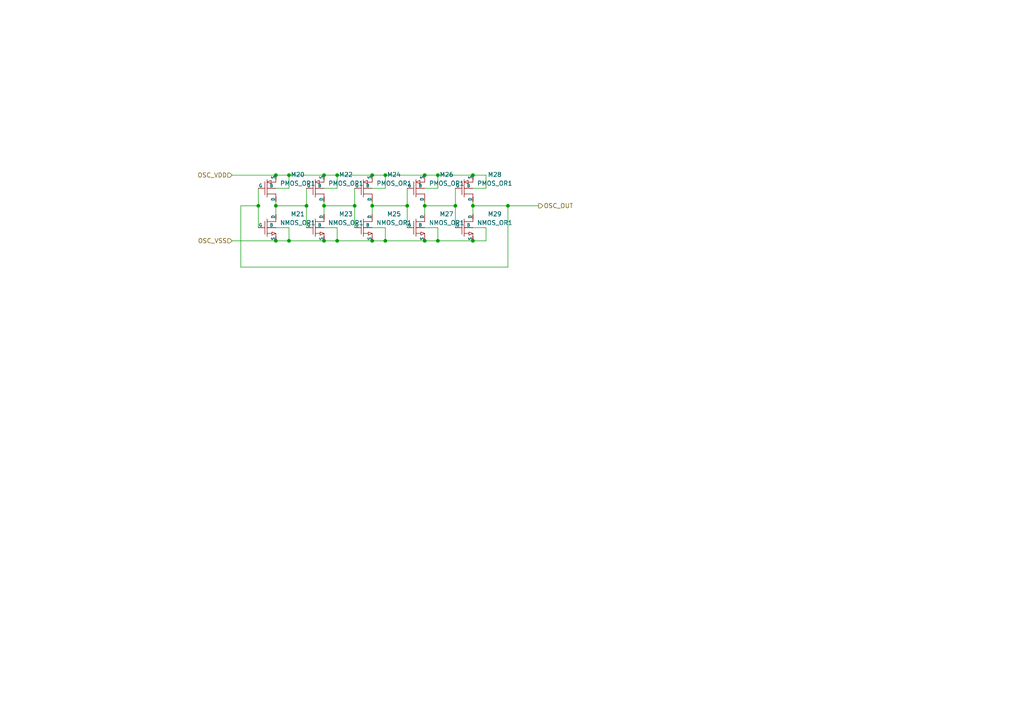
<source format=kicad_sch>
(kicad_sch (version 20230121) (generator eeschema)
  (paper "A4")
  (lib_symbols
    (symbol "OR1Symbols:NMOS_OR1" (pin_numbers hide) (pin_names (offset 0))
      (property "Reference" "M" (at 8.89 5.08 0))
      (property "Value" "NMOS_OR1" (at 8.89 2.54 0))
      (symbol "NMOS_OR1_0_1"
        (polyline (pts (xy 0 0) (xy 1.905 0)))
        (polyline (pts (xy 1.905 1.905) (xy 1.905 -1.905)))
        (polyline (pts (xy 2.54 -2.54) (xy 2.54 2.54)))
        (polyline (pts (xy 2.54 -1.651) (xy 3.937 -1.651)))
        (polyline (pts (xy 2.54 0) (xy 5.08 0)))
        (polyline (pts (xy 2.54 1.778) (xy 5.08 1.778)))
        (polyline (pts (xy 3.937 -2.159) (xy 3.937 -1.27)))
        (polyline (pts (xy 3.937 -1.27) (xy 5.08 -1.651)))
        (polyline (pts (xy 5.08 -1.651) (xy 3.937 -2.159)))
        (polyline (pts (xy 5.08 -1.651) (xy 5.08 -3.81)))
        (polyline (pts (xy 5.08 1.778) (xy 5.08 3.81)))
      )
      (symbol "NMOS_OR1_1_1"
        (pin passive line (at 5.08 3.81 270) (length 1.27) (name "D") (number "1"))
        (pin passive line (at 0 0 0) (length 1.27) (name "G") (number "2"))
        (pin passive line (at 5.08 -3.81 90) (length 1.27) (name "S") (number "3"))
        (pin passive line (at 5.08 0 180) (length 2.54) (name "B") (number "4"))
      )
    )
    (symbol "OR1Symbols:PMOS_OR1" (pin_numbers hide) (pin_names (offset 0))
      (property "Reference" "M" (at 8.89 5.08 0))
      (property "Value" "PMOS_OR1" (at 8.89 2.54 0))
      (symbol "PMOS_OR1_0_1"
        (polyline (pts (xy 0 0) (xy 1.905 0)))
        (polyline (pts (xy 1.905 1.905) (xy 1.905 -1.905)))
        (polyline (pts (xy 2.54 -2.54) (xy 2.54 2.54)))
        (polyline (pts (xy 2.54 -1.651) (xy 5.08 -1.651)))
        (polyline (pts (xy 2.54 0) (xy 5.08 0)))
        (polyline (pts (xy 2.54 1.778) (xy 3.683 2.286)))
        (polyline (pts (xy 3.683 1.397) (xy 2.54 1.778)))
        (polyline (pts (xy 3.683 1.397) (xy 3.683 2.286)))
        (polyline (pts (xy 3.683 1.778) (xy 5.08 1.778)))
        (polyline (pts (xy 5.08 -1.651) (xy 5.08 -3.81)))
        (polyline (pts (xy 5.08 1.778) (xy 5.08 3.81)))
      )
      (symbol "PMOS_OR1_1_1"
        (pin passive line (at 5.08 -3.81 90) (length 1.27) (name "D") (number "1"))
        (pin passive line (at 0 0 0) (length 1.27) (name "G") (number "2"))
        (pin passive line (at 5.08 3.81 270) (length 1.27) (name "S") (number "3"))
        (pin passive line (at 5.08 0 180) (length 2.54) (name "B") (number "4"))
      )
    )
  )
  (junction (at 137.16 69.85))
  (junction (at 123.19 50.8))
  (junction (at 83.82 50.8))
  (junction (at 111.76 50.8))
  (junction (at 80.01 50.8))
  (junction (at 93.98 69.85))
  (junction (at 137.16 50.8))
  (junction (at 118.11 59.69))
  (junction (at 93.98 59.69))
  (junction (at 147.32 59.69))
  (junction (at 107.95 69.85))
  (junction (at 80.01 59.69))
  (junction (at 132.08 59.69))
  (junction (at 93.98 50.8))
  (junction (at 83.82 69.85))
  (junction (at 80.01 69.85))
  (junction (at 107.95 50.8))
  (junction (at 88.9 59.69))
  (junction (at 97.79 50.8))
  (junction (at 102.87 59.69))
  (junction (at 137.16 59.69))
  (junction (at 97.79 69.85))
  (junction (at 107.95 59.69))
  (junction (at 123.19 59.69))
  (junction (at 123.19 69.85))
  (junction (at 127 69.85))
  (junction (at 111.76 69.85))
  (junction (at 74.93 59.69))
  (junction (at 127 50.8))
  (wire (pts (xy 123.19 69.85) (xy 127 69.85)))
  (wire (pts (xy 140.97 66.04) (xy 140.97 69.85)))
  (wire (pts (xy 111.76 50.8) (xy 123.19 50.8)))
  (wire (pts (xy 140.97 50.8) (xy 140.97 54.61)))
  (wire (pts (xy 132.08 59.69) (xy 132.08 66.04)))
  (wire (pts (xy 123.19 66.04) (xy 127 66.04)))
  (wire (pts (xy 111.76 66.04) (xy 111.76 69.85)))
  (wire (pts (xy 137.16 50.8) (xy 140.97 50.8)))
  (wire (pts (xy 80.01 69.85) (xy 83.82 69.85)))
  (wire (pts (xy 137.16 66.04) (xy 140.97 66.04)))
  (wire (pts (xy 67.31 50.8) (xy 80.01 50.8)))
  (wire (pts (xy 69.85 59.69) (xy 74.93 59.69)))
  (wire (pts (xy 74.93 59.69) (xy 74.93 66.04)))
  (wire (pts (xy 83.82 66.04) (xy 83.82 69.85)))
  (wire (pts (xy 137.16 54.61) (xy 140.97 54.61)))
  (wire (pts (xy 107.95 50.8) (xy 111.76 50.8)))
  (wire (pts (xy 69.85 59.69) (xy 69.85 77.47)))
  (wire (pts (xy 80.01 58.42) (xy 80.01 59.69)))
  (wire (pts (xy 107.95 59.69) (xy 107.95 62.23)))
  (wire (pts (xy 118.11 59.69) (xy 118.11 66.04)))
  (wire (pts (xy 140.97 69.85) (xy 137.16 69.85)))
  (wire (pts (xy 93.98 54.61) (xy 97.79 54.61)))
  (wire (pts (xy 93.98 66.04) (xy 97.79 66.04)))
  (wire (pts (xy 93.98 50.8) (xy 97.79 50.8)))
  (wire (pts (xy 107.95 66.04) (xy 111.76 66.04)))
  (wire (pts (xy 83.82 50.8) (xy 93.98 50.8)))
  (wire (pts (xy 123.19 54.61) (xy 127 54.61)))
  (wire (pts (xy 88.9 59.69) (xy 88.9 66.04)))
  (wire (pts (xy 74.93 54.61) (xy 74.93 59.69)))
  (wire (pts (xy 93.98 69.85) (xy 97.79 69.85)))
  (wire (pts (xy 97.79 66.04) (xy 97.79 69.85)))
  (wire (pts (xy 123.19 50.8) (xy 127 50.8)))
  (wire (pts (xy 107.95 59.69) (xy 118.11 59.69)))
  (wire (pts (xy 88.9 54.61) (xy 88.9 59.69)))
  (wire (pts (xy 67.31 69.85) (xy 80.01 69.85)))
  (wire (pts (xy 137.16 59.69) (xy 147.32 59.69)))
  (wire (pts (xy 93.98 58.42) (xy 93.98 59.69)))
  (wire (pts (xy 127 66.04) (xy 127 69.85)))
  (wire (pts (xy 93.98 59.69) (xy 102.87 59.69)))
  (wire (pts (xy 137.16 59.69) (xy 137.16 62.23)))
  (wire (pts (xy 123.19 58.42) (xy 123.19 59.69)))
  (wire (pts (xy 69.85 77.47) (xy 147.32 77.47)))
  (wire (pts (xy 97.79 69.85) (xy 107.95 69.85)))
  (wire (pts (xy 111.76 54.61) (xy 111.76 50.8)))
  (wire (pts (xy 137.16 58.42) (xy 137.16 59.69)))
  (wire (pts (xy 80.01 54.61) (xy 83.82 54.61)))
  (wire (pts (xy 97.79 50.8) (xy 107.95 50.8)))
  (wire (pts (xy 107.95 54.61) (xy 111.76 54.61)))
  (wire (pts (xy 102.87 54.61) (xy 102.87 59.69)))
  (wire (pts (xy 80.01 59.69) (xy 88.9 59.69)))
  (wire (pts (xy 93.98 59.69) (xy 93.98 62.23)))
  (wire (pts (xy 123.19 59.69) (xy 132.08 59.69)))
  (wire (pts (xy 127 50.8) (xy 137.16 50.8)))
  (wire (pts (xy 127 54.61) (xy 127 50.8)))
  (wire (pts (xy 147.32 59.69) (xy 147.32 77.47)))
  (wire (pts (xy 80.01 66.04) (xy 83.82 66.04)))
  (wire (pts (xy 123.19 59.69) (xy 123.19 62.23)))
  (wire (pts (xy 107.95 58.42) (xy 107.95 59.69)))
  (wire (pts (xy 83.82 69.85) (xy 93.98 69.85)))
  (wire (pts (xy 83.82 50.8) (xy 83.82 54.61)))
  (wire (pts (xy 80.01 50.8) (xy 83.82 50.8)))
  (wire (pts (xy 118.11 54.61) (xy 118.11 59.69)))
  (wire (pts (xy 107.95 69.85) (xy 111.76 69.85)))
  (wire (pts (xy 127 69.85) (xy 137.16 69.85)))
  (wire (pts (xy 132.08 54.61) (xy 132.08 59.69)))
  (wire (pts (xy 80.01 59.69) (xy 80.01 62.23)))
  (wire (pts (xy 97.79 50.8) (xy 97.79 54.61)))
  (wire (pts (xy 111.76 69.85) (xy 123.19 69.85)))
  (wire (pts (xy 102.87 59.69) (xy 102.87 66.04)))
  (wire (pts (xy 147.32 59.69) (xy 156.21 59.69)))
  (hierarchical_label "OSC_VSS" (shape input) (at 67.31 69.85 180))
  (hierarchical_label "OSC_VDD" (shape input) (at 67.31 50.8 180))
  (hierarchical_label "OSC_OUT" (shape output) (at 156.21 59.69 0))
  (symbol (lib_id "OR1Symbols:PMOS_OR1") (at 132.08 54.61 0) (unit 1)
    (property "Reference" "M28" (at 143.51 50.6477 0))
    (property "Value" "PMOS_OR1" (at 143.51 53.1877 0))
    (property "Sim.Pins" "1=1 2=2 3=3 4=4" (effects hide))
    (property "Sim.Device" "SPICE" (effects hide))
    (property "Sim.Params" "type=\"M\" model=\"PMOS_OR1 l=1u w=6u\" lib=\"\"" (effects hide))
    (instances (project "VCO-VS-CCO" (path "" (reference "M28") (unit 1)) (path "" (reference "M38") (unit 1))) (project "tb_vco_k7" (path "" (reference "M21") (unit 1)) (path "" (reference "M32") (unit 1))) (project "vco_k7" (path "" (reference "M21") (unit 1))))
  )
  (symbol (lib_id "OR1Symbols:NMOS_OR1") (at 118.11 66.04 0) (unit 1)
    (property "Reference" "M27" (at 129.54 62.0777 0))
    (property "Value" "NMOS_OR1" (at 129.54 64.6177 0))
    (property "Sim.Pins" "1=1 2=2 3=3 4=4" (effects hide))
    (property "Sim.Device" "SPICE" (effects hide))
    (property "Sim.Params" "type=\"M\" model=\"NMOS_OR1 l=1u w=2u\" lib=\"\"" (effects hide))
    (instances (project "VCO-VS-CCO" (path "" (reference "M27") (unit 1)) (path "" (reference "M37") (unit 1))) (project "tb_vco_k7" (path "" (reference "M18") (unit 1)) (path "" (reference "M31") (unit 1))) (project "vco_k7" (path "" (reference "M18") (unit 1))))
  )
  (symbol (lib_id "OR1Symbols:PMOS_OR1") (at 74.93 54.61 0) (unit 1)
    (property "Reference" "M20" (at 86.36 50.6477 0))
    (property "Value" "PMOS_OR1" (at 86.36 53.1877 0))
    (property "Sim.Pins" "1=1 2=2 3=3 4=4" (effects hide))
    (property "Sim.Device" "SPICE" (effects hide))
    (property "Sim.Params" "type=\"M\" model=\"PMOS_OR1 l=1u w=6u\" lib=\"\"" (effects hide))
    (instances (project "VCO-VS-CCO" (path "" (reference "M20") (unit 1)) (path "" (reference "M30") (unit 1))) (project "tb_vco_k7" (path "" (reference "M1") (unit 1)) (path "" (reference "M24") (unit 1))) (project "vco_k7" (path "" (reference "M1") (unit 1))))
  )
  (symbol (lib_id "OR1Symbols:NMOS_OR1") (at 88.9 66.04 0) (unit 1)
    (property "Reference" "M23" (at 100.33 62.0777 0))
    (property "Value" "NMOS_OR1" (at 100.33 64.6177 0))
    (property "Sim.Pins" "1=1 2=2 3=3 4=4" (effects hide))
    (property "Sim.Device" "SPICE" (effects hide))
    (property "Sim.Params" "type=\"M\" model=\"NMOS_OR1 l=1u w=2u\" lib=\"\"" (effects hide))
    (instances (project "VCO-VS-CCO" (path "" (reference "M23") (unit 1)) (path "" (reference "M33") (unit 1))) (project "tb_vco_k7" (path "" (reference "M10") (unit 1)) (path "" (reference "M27") (unit 1))) (project "vco_k7" (path "" (reference "M10") (unit 1))))
  )
  (symbol (lib_id "OR1Symbols:PMOS_OR1") (at 118.11 54.61 0) (unit 1)
    (property "Reference" "M26" (at 129.54 50.6477 0))
    (property "Value" "PMOS_OR1" (at 129.54 53.1877 0))
    (property "Sim.Pins" "1=1 2=2 3=3 4=4" (effects hide))
    (property "Sim.Device" "SPICE" (effects hide))
    (property "Sim.Params" "type=\"M\" model=\"PMOS_OR1 l=1u w=6u\" lib=\"\"" (effects hide))
    (instances (project "VCO-VS-CCO" (path "" (reference "M26") (unit 1)) (path "" (reference "M36") (unit 1))) (project "tb_vco_k7" (path "" (reference "M17") (unit 1)) (path "" (reference "M30") (unit 1))) (project "vco_k7" (path "" (reference "M17") (unit 1))))
  )
  (symbol (lib_id "OR1Symbols:NMOS_OR1") (at 132.08 66.04 0) (unit 1)
    (property "Reference" "M29" (at 143.51 62.0777 0))
    (property "Value" "NMOS_OR1" (at 143.51 64.6177 0))
    (property "Sim.Pins" "1=1 2=2 3=3 4=4" (effects hide))
    (property "Sim.Device" "SPICE" (effects hide))
    (property "Sim.Params" "type=\"M\" model=\"NMOS_OR1 l=1u w=2u\" lib=\"\"" (effects hide))
    (instances (project "VCO-VS-CCO" (path "" (reference "M29") (unit 1)) (path "" (reference "M39") (unit 1))) (project "tb_vco_k7" (path "" (reference "M22") (unit 1)) (path "" (reference "M33") (unit 1))) (project "vco_k7" (path "" (reference "M22") (unit 1))))
  )
  (symbol (lib_id "OR1Symbols:PMOS_OR1") (at 88.9 54.61 0) (unit 1)
    (property "Reference" "M22" (at 100.33 50.6477 0))
    (property "Value" "PMOS_OR1" (at 100.33 53.1877 0))
    (property "Sim.Pins" "1=1 2=2 3=3 4=4" (effects hide))
    (property "Sim.Device" "SPICE" (effects hide))
    (property "Sim.Params" "type=\"M\" model=\"PMOS_OR1 l=1u w=6u\" lib=\"\"" (effects hide))
    (instances (project "VCO-VS-CCO" (path "" (reference "M22") (unit 1)) (path "" (reference "M32") (unit 1))) (project "tb_vco_k7" (path "" (reference "M9") (unit 1)) (path "" (reference "M26") (unit 1))) (project "vco_k7" (path "" (reference "M9") (unit 1))))
  )
  (symbol (lib_id "OR1Symbols:NMOS_OR1") (at 102.87 66.04 0) (unit 1)
    (property "Reference" "M25" (at 114.3 62.0777 0))
    (property "Value" "NMOS_OR1" (at 114.3 64.6177 0))
    (property "Sim.Pins" "1=1 2=2 3=3 4=4" (effects hide))
    (property "Sim.Device" "SPICE" (effects hide))
    (property "Sim.Params" "type=\"M\" model=\"NMOS_OR1 l=1u w=2u\" lib=\"\"" (effects hide))
    (instances (project "VCO-VS-CCO" (path "" (reference "M25") (unit 1)) (path "" (reference "M35") (unit 1))) (project "tb_vco_k7" (path "" (reference "M14") (unit 1)) (path "" (reference "M29") (unit 1))) (project "vco_k7" (path "" (reference "M14") (unit 1))))
  )
  (symbol (lib_id "OR1Symbols:PMOS_OR1") (at 102.87 54.61 0) (unit 1)
    (property "Reference" "M24" (at 114.3 50.6477 0))
    (property "Value" "PMOS_OR1" (at 114.3 53.1877 0))
    (property "Sim.Pins" "1=1 2=2 3=3 4=4" (effects hide))
    (property "Sim.Device" "SPICE" (effects hide))
    (property "Sim.Params" "type=\"M\" model=\"PMOS_OR1 l=1u w=6u\" lib=\"\"" (effects hide))
    (instances (project "VCO-VS-CCO" (path "" (reference "M24") (unit 1)) (path "" (reference "M34") (unit 1))) (project "tb_vco_k7" (path "" (reference "M13") (unit 1)) (path "" (reference "M28") (unit 1))) (project "vco_k7" (path "" (reference "M13") (unit 1))))
  )
  (symbol (lib_id "OR1Symbols:NMOS_OR1") (at 74.93 66.04 0) (unit 1)
    (property "Reference" "M21" (at 86.36 62.0777 0))
    (property "Value" "NMOS_OR1" (at 86.36 64.6177 0))
    (property "Sim.Pins" "1=1 2=2 3=3 4=4" (effects hide))
    (property "Sim.Device" "SPICE" (effects hide))
    (property "Sim.Params" "type=\"M\" model=\"NMOS_OR1 l=1u w=2u\" lib=\"\"" (effects hide))
    (instances (project "VCO-VS-CCO" (path "" (reference "M21") (unit 1)) (path "" (reference "M31") (unit 1))) (project "tb_vco_k7" (path "" (reference "M2") (unit 1)) (path "" (reference "M25") (unit 1))) (project "vco_k7" (path "" (reference "M2") (unit 1))))
  )
)
</source>
